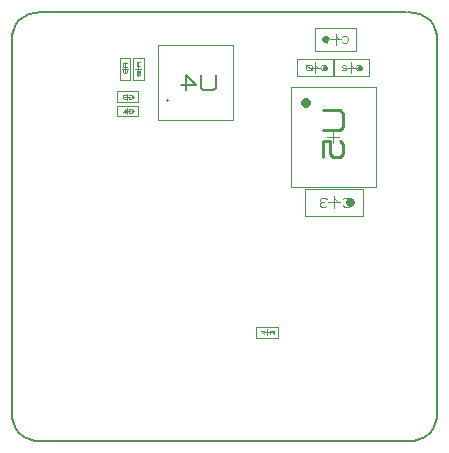
<source format=gbr>
G04 PROTEUS RS274X GERBER FILE*
%FSLAX45Y45*%
%MOMM*%
G01*
%ADD84C,0.050000*%
%ADD85C,0.270000*%
%ADD107C,0.211660*%
%ADD87C,0.243840*%
%ADD88C,0.057000*%
%ADD97C,0.048750*%
%ADD108C,0.579120*%
%ADD109C,0.088750*%
%ADD110C,0.845820*%
%ADD111C,0.285000*%
%ADD93C,0.396240*%
%ADD103C,0.078750*%
%ADD112C,0.721360*%
%ADD113C,0.123750*%
%ADD13C,0.203200*%
D84*
X+940623Y+2416935D02*
X+1570623Y+2416935D01*
X+1570623Y+3046935D01*
X+940623Y+3046935D01*
X+940623Y+2416935D01*
D85*
X+1015623Y+2581935D02*
X+1015623Y+2581935D01*
D107*
X+1424955Y+2795434D02*
X+1424955Y+2689601D01*
X+1403789Y+2668435D01*
X+1319123Y+2668435D01*
X+1297956Y+2689601D01*
X+1297956Y+2795434D01*
X+1128624Y+2710768D02*
X+1255623Y+2710768D01*
X+1170957Y+2795434D01*
X+1170957Y+2668435D01*
D84*
X+767023Y+2448035D02*
X+587023Y+2448035D01*
X+587023Y+2538035D01*
X+767023Y+2538035D01*
X+767023Y+2448035D01*
X+677023Y+2518035D02*
X+677023Y+2468035D01*
X+652023Y+2493035D02*
X+702023Y+2493035D01*
D87*
X+722023Y+2493035D02*
X+722023Y+2493035D01*
D88*
X+688423Y+2481635D02*
X+694123Y+2475935D01*
X+711223Y+2475935D01*
X+722623Y+2487335D01*
X+722623Y+2498735D01*
X+711223Y+2510135D01*
X+694123Y+2510135D01*
X+688423Y+2504435D01*
X+642823Y+2487335D02*
X+677023Y+2487335D01*
X+654223Y+2510135D01*
X+654223Y+2475935D01*
D84*
X+767023Y+2567931D02*
X+587023Y+2567931D01*
X+587023Y+2657931D01*
X+767023Y+2657931D01*
X+767023Y+2567931D01*
X+677023Y+2637931D02*
X+677023Y+2587931D01*
X+652023Y+2612931D02*
X+702023Y+2612931D01*
D87*
X+722023Y+2612931D02*
X+722023Y+2612931D01*
D88*
X+688423Y+2601531D02*
X+694123Y+2595831D01*
X+711223Y+2595831D01*
X+722623Y+2607231D01*
X+722623Y+2618631D01*
X+711223Y+2630031D01*
X+694123Y+2630031D01*
X+688423Y+2624331D01*
X+642823Y+2618631D02*
X+648523Y+2612931D01*
X+665623Y+2612931D01*
X+671323Y+2618631D01*
X+671323Y+2624331D01*
X+665623Y+2630031D01*
X+648523Y+2630031D01*
X+642823Y+2624331D01*
X+642823Y+2601531D01*
X+648523Y+2595831D01*
X+665623Y+2595831D01*
D84*
X+702423Y+2944435D02*
X+702423Y+2754435D01*
X+612423Y+2754435D01*
X+612423Y+2944435D01*
X+702423Y+2944435D01*
X+632423Y+2849435D02*
X+682423Y+2849435D01*
X+657423Y+2824435D02*
X+657423Y+2874435D01*
D87*
X+657423Y+2899435D02*
X+657423Y+2899435D01*
D88*
X+674523Y+2895035D02*
X+640323Y+2895035D01*
X+640323Y+2866535D01*
X+646023Y+2860835D01*
X+651723Y+2860835D01*
X+657423Y+2866535D01*
X+657423Y+2895035D01*
X+657423Y+2866535D02*
X+663123Y+2860835D01*
X+674523Y+2860835D01*
X+651723Y+2815235D02*
X+657423Y+2820935D01*
X+657423Y+2838035D01*
X+651723Y+2843735D01*
X+646023Y+2843735D01*
X+640323Y+2838035D01*
X+640323Y+2820935D01*
X+646023Y+2815235D01*
X+668823Y+2815235D01*
X+674523Y+2820935D01*
X+674523Y+2838035D01*
D84*
X+726723Y+2752835D02*
X+726723Y+2942835D01*
X+816723Y+2942835D01*
X+816723Y+2752835D01*
X+726723Y+2752835D01*
X+796723Y+2847835D02*
X+746723Y+2847835D01*
X+771723Y+2872835D02*
X+771723Y+2822835D01*
D87*
X+771723Y+2797835D02*
X+771723Y+2797835D01*
D97*
X+786348Y+2906335D02*
X+757098Y+2906335D01*
X+757098Y+2881960D01*
X+761973Y+2877085D01*
X+766848Y+2877085D01*
X+771723Y+2881960D01*
X+771723Y+2906335D01*
X+771723Y+2881960D02*
X+776598Y+2877085D01*
X+786348Y+2877085D01*
X+766848Y+2857585D02*
X+757098Y+2847835D01*
X+786348Y+2847835D01*
X+781473Y+2828335D02*
X+761973Y+2828335D01*
X+757098Y+2823460D01*
X+757098Y+2803960D01*
X+761973Y+2799085D01*
X+781473Y+2799085D01*
X+786348Y+2803960D01*
X+786348Y+2823460D01*
X+781473Y+2828335D01*
X+786348Y+2828335D02*
X+757098Y+2799085D01*
D84*
X+2265823Y+3198135D02*
X+2615823Y+3198135D01*
X+2615823Y+2998135D01*
X+2265823Y+2998135D01*
X+2265823Y+3198135D01*
X+2440823Y+3048135D02*
X+2440823Y+3148135D01*
X+2490823Y+3098135D02*
X+2390823Y+3098135D01*
D108*
X+2350823Y+3098135D02*
X+2350823Y+3098135D01*
D109*
X+2494073Y+3080385D02*
X+2502948Y+3071510D01*
X+2529573Y+3071510D01*
X+2547323Y+3089260D01*
X+2547323Y+3107010D01*
X+2529573Y+3124760D01*
X+2502948Y+3124760D01*
X+2494073Y+3115885D01*
X+2458573Y+3107010D02*
X+2440823Y+3124760D01*
X+2440823Y+3071510D01*
X+2387573Y+3107010D02*
X+2369823Y+3124760D01*
X+2369823Y+3071510D01*
D84*
X+2780823Y+2695195D02*
X+2780823Y+1845195D01*
X+2060823Y+1845195D01*
X+2060823Y+2695195D01*
X+2780823Y+2695195D01*
X+2370823Y+2270195D02*
X+2470823Y+2270195D01*
X+2420823Y+2220195D02*
X+2420823Y+2320195D01*
D110*
X+2190823Y+2560195D02*
X+2190823Y+2560195D01*
D111*
X+2335323Y+2498195D02*
X+2477823Y+2498195D01*
X+2506323Y+2469695D01*
X+2506323Y+2355695D01*
X+2477823Y+2327195D01*
X+2335323Y+2327195D01*
X+2335323Y+2099195D02*
X+2335323Y+2241695D01*
X+2392323Y+2241695D01*
X+2392323Y+2127695D01*
X+2420823Y+2099195D01*
X+2477823Y+2099195D01*
X+2506323Y+2127695D01*
X+2506323Y+2213195D01*
X+2477823Y+2241695D01*
D84*
X+2425823Y+2785195D02*
X+2115823Y+2785195D01*
X+2115823Y+2935195D01*
X+2425823Y+2935195D01*
X+2425823Y+2785195D01*
X+2270823Y+2910195D02*
X+2270823Y+2810195D01*
X+2220823Y+2860195D02*
X+2320823Y+2860195D01*
D93*
X+2350823Y+2860195D02*
X+2350823Y+2860195D01*
D103*
X+2318073Y+2844445D02*
X+2325948Y+2836570D01*
X+2349573Y+2836570D01*
X+2365323Y+2852320D01*
X+2365323Y+2868070D01*
X+2349573Y+2883820D01*
X+2325948Y+2883820D01*
X+2318073Y+2875945D01*
X+2286573Y+2868070D02*
X+2270823Y+2883820D01*
X+2270823Y+2836570D01*
X+2239323Y+2844445D02*
X+2239323Y+2875945D01*
X+2231448Y+2883820D01*
X+2199948Y+2883820D01*
X+2192073Y+2875945D01*
X+2192073Y+2844445D01*
X+2199948Y+2836570D01*
X+2231448Y+2836570D01*
X+2239323Y+2844445D01*
X+2239323Y+2836570D02*
X+2192073Y+2883820D01*
D84*
X+2725823Y+2785195D02*
X+2415823Y+2785195D01*
X+2415823Y+2935195D01*
X+2725823Y+2935195D01*
X+2725823Y+2785195D01*
X+2570823Y+2910195D02*
X+2570823Y+2810195D01*
X+2520823Y+2860195D02*
X+2620823Y+2860195D01*
D93*
X+2650823Y+2860195D02*
X+2650823Y+2860195D01*
D103*
X+2618073Y+2844445D02*
X+2625948Y+2836570D01*
X+2649573Y+2836570D01*
X+2665323Y+2852320D01*
X+2665323Y+2868070D01*
X+2649573Y+2883820D01*
X+2625948Y+2883820D01*
X+2618073Y+2875945D01*
X+2586573Y+2868070D02*
X+2570823Y+2883820D01*
X+2570823Y+2836570D01*
X+2531448Y+2875945D02*
X+2523573Y+2883820D01*
X+2499948Y+2883820D01*
X+2492073Y+2875945D01*
X+2492073Y+2868070D01*
X+2499948Y+2860195D01*
X+2523573Y+2860195D01*
X+2531448Y+2852320D01*
X+2531448Y+2836570D01*
X+2492073Y+2836570D01*
D84*
X+2675000Y+1605000D02*
X+2185000Y+1605000D01*
X+2185000Y+1835000D01*
X+2675000Y+1835000D01*
X+2675000Y+1605000D01*
X+2430000Y+1770000D02*
X+2430000Y+1670000D01*
X+2380000Y+1720000D02*
X+2480000Y+1720000D01*
D112*
X+2560000Y+1720000D02*
X+2560000Y+1720000D01*
D113*
X+2504250Y+1695250D02*
X+2516625Y+1682875D01*
X+2553750Y+1682875D01*
X+2578500Y+1707625D01*
X+2578500Y+1732375D01*
X+2553750Y+1757125D01*
X+2516625Y+1757125D01*
X+2504250Y+1744750D01*
X+2454750Y+1732375D02*
X+2430000Y+1757125D01*
X+2430000Y+1682875D01*
X+2368125Y+1744750D02*
X+2355750Y+1757125D01*
X+2318625Y+1757125D01*
X+2306250Y+1744750D01*
X+2306250Y+1732375D01*
X+2318625Y+1720000D01*
X+2306250Y+1707625D01*
X+2306250Y+1695250D01*
X+2318625Y+1682875D01*
X+2355750Y+1682875D01*
X+2368125Y+1695250D01*
X+2343375Y+1720000D02*
X+2318625Y+1720000D01*
D13*
X-299177Y+3078135D02*
X-295100Y+3135532D01*
X-282966Y+3185752D01*
X-262922Y+3228648D01*
X-235114Y+3264072D01*
X-199689Y+3291880D01*
X-156794Y+3311924D01*
X-106574Y+3324058D01*
X-49177Y+3328135D01*
X+3050823Y+3328135D02*
X+3108220Y+3324058D01*
X+3158440Y+3311924D01*
X+3201335Y+3291880D01*
X+3236760Y+3264072D01*
X+3264568Y+3228648D01*
X+3284612Y+3185752D01*
X+3296746Y+3135532D01*
X+3300823Y+3078135D01*
X+3300823Y-51865D02*
X+3296746Y-109262D01*
X+3284612Y-159482D01*
X+3264568Y-202378D01*
X+3236760Y-237802D01*
X+3201335Y-265610D01*
X+3158440Y-285654D01*
X+3108220Y-297788D01*
X+3050823Y-301865D01*
X-49177Y-301865D02*
X-106574Y-297788D01*
X-156794Y-285654D01*
X-199689Y-265610D01*
X-235114Y-237802D01*
X-262922Y-202378D01*
X-282966Y-159482D01*
X-295100Y-109262D01*
X-299177Y-51865D01*
X-49177Y-301865D02*
X+3050823Y-301865D01*
X-299177Y-51865D02*
X-299177Y+3098135D01*
X-59177Y+3328135D02*
X+3040823Y+3328135D01*
X+3300823Y+3098135D02*
X+3300823Y-51865D01*
D84*
X+1955823Y+573135D02*
X+1765823Y+573135D01*
X+1765823Y+663135D01*
X+1955823Y+663135D01*
X+1955823Y+573135D01*
X+1860823Y+643135D02*
X+1860823Y+593135D01*
X+1835823Y+618135D02*
X+1885823Y+618135D01*
D87*
X+1910823Y+618135D02*
X+1910823Y+618135D01*
D97*
X+1919323Y+603510D02*
X+1919323Y+632760D01*
X+1894948Y+632760D01*
X+1890073Y+627885D01*
X+1890073Y+623010D01*
X+1894948Y+618135D01*
X+1919323Y+618135D01*
X+1894948Y+618135D02*
X+1890073Y+613260D01*
X+1890073Y+603510D01*
X+1870573Y+623010D02*
X+1860823Y+632760D01*
X+1860823Y+603510D01*
X+1836448Y+632760D02*
X+1812073Y+632760D01*
X+1812073Y+627885D01*
X+1836448Y+603510D01*
M02*

</source>
